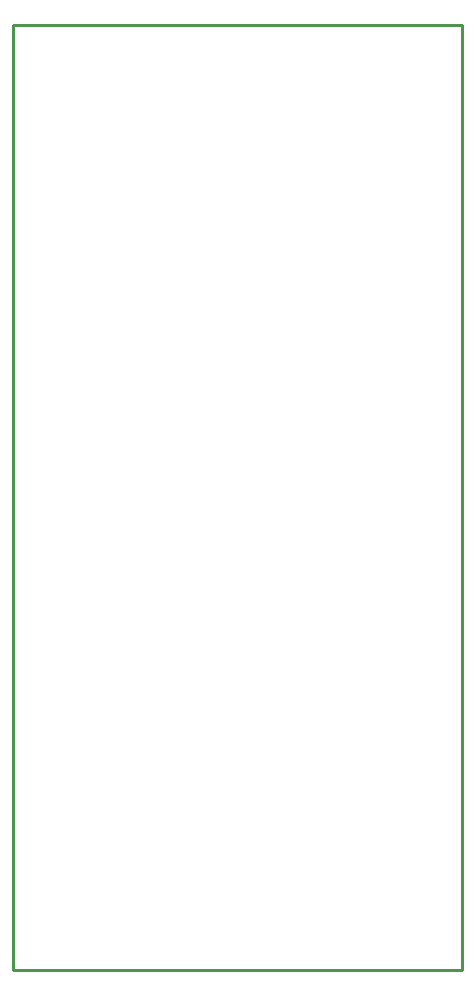
<source format=gbr>
G04 EAGLE Gerber X2 export*
%TF.Part,Single*%
%TF.FileFunction,Profile,NP*%
%TF.FilePolarity,Positive*%
%TF.GenerationSoftware,Autodesk,EAGLE,9.1.3*%
%TF.CreationDate,2018-11-17T00:48:53Z*%
G75*
%MOMM*%
%FSLAX34Y34*%
%LPD*%
%AMOC8*
5,1,8,0,0,1.08239X$1,22.5*%
G01*
%ADD10C,0.254000*%


D10*
X0Y0D02*
X380000Y0D01*
X380000Y800000D01*
X0Y800000D01*
X0Y0D01*
M02*

</source>
